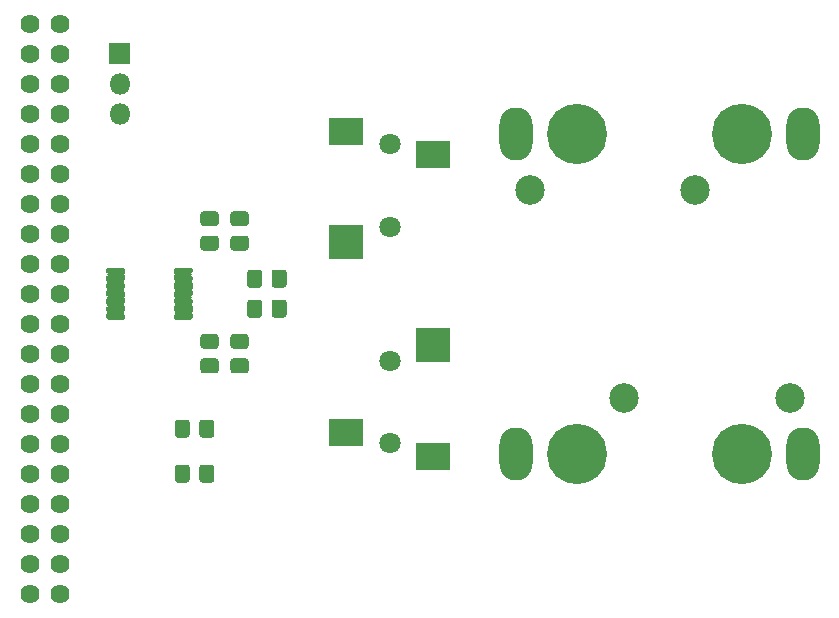
<source format=gbr>
%TF.GenerationSoftware,KiCad,Pcbnew,(5.1.10-1-10_14)*%
%TF.CreationDate,2021-10-26T14:16:26-07:00*%
%TF.ProjectId,adc,6164632e-6b69-4636-9164-5f7063625858,rev?*%
%TF.SameCoordinates,Original*%
%TF.FileFunction,Soldermask,Top*%
%TF.FilePolarity,Negative*%
%FSLAX46Y46*%
G04 Gerber Fmt 4.6, Leading zero omitted, Abs format (unit mm)*
G04 Created by KiCad (PCBNEW (5.1.10-1-10_14)) date 2021-10-26 14:16:26*
%MOMM*%
%LPD*%
G01*
G04 APERTURE LIST*
%ADD10C,1.624000*%
%ADD11O,1.800000X1.800000*%
%ADD12C,1.800000*%
%ADD13O,2.800000X4.500000*%
%ADD14C,5.100000*%
%ADD15C,2.500000*%
%ADD16C,0.100000*%
G04 APERTURE END LIST*
D10*
%TO.C,J5*%
X140970000Y-27940000D03*
X143510000Y-27940000D03*
X140970000Y-30480000D03*
X143510000Y-30480000D03*
X140970000Y-33020000D03*
X143510000Y-33020000D03*
X140970000Y-35560000D03*
X143510000Y-35560000D03*
X140970000Y-38100000D03*
X143510000Y-38100000D03*
X140970000Y-40640000D03*
X143510000Y-40640000D03*
X140970000Y-43180000D03*
X143510000Y-43180000D03*
X140970000Y-45720000D03*
X143510000Y-45720000D03*
X140970000Y-48260000D03*
X143510000Y-48260000D03*
X140970000Y-50800000D03*
X143510000Y-50800000D03*
X140970000Y-53340000D03*
X143510000Y-53340000D03*
X140970000Y-55880000D03*
X143510000Y-55880000D03*
X140970000Y-58420000D03*
X143510000Y-58420000D03*
X140970000Y-60960000D03*
X143510000Y-60960000D03*
X140970000Y-63500000D03*
X143510000Y-63500000D03*
X140970000Y-66040000D03*
X143510000Y-66040000D03*
X140970000Y-68580000D03*
X143510000Y-68580000D03*
X140970000Y-71120000D03*
X143510000Y-71120000D03*
X140970000Y-73660000D03*
X143510000Y-73660000D03*
X140970000Y-76200000D03*
X143510000Y-76200000D03*
%TD*%
%TO.C,C6*%
G36*
G01*
X156713724Y-45087500D02*
X155706276Y-45087500D01*
G75*
G02*
X155435000Y-44816224I0J271276D01*
G01*
X155435000Y-44083776D01*
G75*
G02*
X155706276Y-43812500I271276J0D01*
G01*
X156713724Y-43812500D01*
G75*
G02*
X156985000Y-44083776I0J-271276D01*
G01*
X156985000Y-44816224D01*
G75*
G02*
X156713724Y-45087500I-271276J0D01*
G01*
G37*
G36*
G01*
X156713724Y-47162500D02*
X155706276Y-47162500D01*
G75*
G02*
X155435000Y-46891224I0J271276D01*
G01*
X155435000Y-46158776D01*
G75*
G02*
X155706276Y-45887500I271276J0D01*
G01*
X156713724Y-45887500D01*
G75*
G02*
X156985000Y-46158776I0J-271276D01*
G01*
X156985000Y-46891224D01*
G75*
G02*
X156713724Y-47162500I-271276J0D01*
G01*
G37*
%TD*%
%TO.C,C7*%
G36*
G01*
X158246276Y-56280000D02*
X159253724Y-56280000D01*
G75*
G02*
X159525000Y-56551276I0J-271276D01*
G01*
X159525000Y-57283724D01*
G75*
G02*
X159253724Y-57555000I-271276J0D01*
G01*
X158246276Y-57555000D01*
G75*
G02*
X157975000Y-57283724I0J271276D01*
G01*
X157975000Y-56551276D01*
G75*
G02*
X158246276Y-56280000I271276J0D01*
G01*
G37*
G36*
G01*
X158246276Y-54205000D02*
X159253724Y-54205000D01*
G75*
G02*
X159525000Y-54476276I0J-271276D01*
G01*
X159525000Y-55208724D01*
G75*
G02*
X159253724Y-55480000I-271276J0D01*
G01*
X158246276Y-55480000D01*
G75*
G02*
X157975000Y-55208724I0J271276D01*
G01*
X157975000Y-54476276D01*
G75*
G02*
X158246276Y-54205000I271276J0D01*
G01*
G37*
%TD*%
%TO.C,C5*%
G36*
G01*
X159253724Y-45087500D02*
X158246276Y-45087500D01*
G75*
G02*
X157975000Y-44816224I0J271276D01*
G01*
X157975000Y-44083776D01*
G75*
G02*
X158246276Y-43812500I271276J0D01*
G01*
X159253724Y-43812500D01*
G75*
G02*
X159525000Y-44083776I0J-271276D01*
G01*
X159525000Y-44816224D01*
G75*
G02*
X159253724Y-45087500I-271276J0D01*
G01*
G37*
G36*
G01*
X159253724Y-47162500D02*
X158246276Y-47162500D01*
G75*
G02*
X157975000Y-46891224I0J271276D01*
G01*
X157975000Y-46158776D01*
G75*
G02*
X158246276Y-45887500I271276J0D01*
G01*
X159253724Y-45887500D01*
G75*
G02*
X159525000Y-46158776I0J-271276D01*
G01*
X159525000Y-46891224D01*
G75*
G02*
X159253724Y-47162500I-271276J0D01*
G01*
G37*
%TD*%
%TO.C,C3*%
G36*
G01*
X161457500Y-50033724D02*
X161457500Y-49026276D01*
G75*
G02*
X161728776Y-48755000I271276J0D01*
G01*
X162461224Y-48755000D01*
G75*
G02*
X162732500Y-49026276I0J-271276D01*
G01*
X162732500Y-50033724D01*
G75*
G02*
X162461224Y-50305000I-271276J0D01*
G01*
X161728776Y-50305000D01*
G75*
G02*
X161457500Y-50033724I0J271276D01*
G01*
G37*
G36*
G01*
X159382500Y-50033724D02*
X159382500Y-49026276D01*
G75*
G02*
X159653776Y-48755000I271276J0D01*
G01*
X160386224Y-48755000D01*
G75*
G02*
X160657500Y-49026276I0J-271276D01*
G01*
X160657500Y-50033724D01*
G75*
G02*
X160386224Y-50305000I-271276J0D01*
G01*
X159653776Y-50305000D01*
G75*
G02*
X159382500Y-50033724I0J271276D01*
G01*
G37*
%TD*%
%TO.C,U1*%
G36*
G01*
X149055000Y-52625000D02*
X149055000Y-52875000D01*
G75*
G02*
X148930000Y-53000000I-125000J0D01*
G01*
X147605000Y-53000000D01*
G75*
G02*
X147480000Y-52875000I0J125000D01*
G01*
X147480000Y-52625000D01*
G75*
G02*
X147605000Y-52500000I125000J0D01*
G01*
X148930000Y-52500000D01*
G75*
G02*
X149055000Y-52625000I0J-125000D01*
G01*
G37*
G36*
G01*
X149055000Y-51975000D02*
X149055000Y-52225000D01*
G75*
G02*
X148930000Y-52350000I-125000J0D01*
G01*
X147605000Y-52350000D01*
G75*
G02*
X147480000Y-52225000I0J125000D01*
G01*
X147480000Y-51975000D01*
G75*
G02*
X147605000Y-51850000I125000J0D01*
G01*
X148930000Y-51850000D01*
G75*
G02*
X149055000Y-51975000I0J-125000D01*
G01*
G37*
G36*
G01*
X149055000Y-51325000D02*
X149055000Y-51575000D01*
G75*
G02*
X148930000Y-51700000I-125000J0D01*
G01*
X147605000Y-51700000D01*
G75*
G02*
X147480000Y-51575000I0J125000D01*
G01*
X147480000Y-51325000D01*
G75*
G02*
X147605000Y-51200000I125000J0D01*
G01*
X148930000Y-51200000D01*
G75*
G02*
X149055000Y-51325000I0J-125000D01*
G01*
G37*
G36*
G01*
X149055000Y-50675000D02*
X149055000Y-50925000D01*
G75*
G02*
X148930000Y-51050000I-125000J0D01*
G01*
X147605000Y-51050000D01*
G75*
G02*
X147480000Y-50925000I0J125000D01*
G01*
X147480000Y-50675000D01*
G75*
G02*
X147605000Y-50550000I125000J0D01*
G01*
X148930000Y-50550000D01*
G75*
G02*
X149055000Y-50675000I0J-125000D01*
G01*
G37*
G36*
G01*
X149055000Y-50025000D02*
X149055000Y-50275000D01*
G75*
G02*
X148930000Y-50400000I-125000J0D01*
G01*
X147605000Y-50400000D01*
G75*
G02*
X147480000Y-50275000I0J125000D01*
G01*
X147480000Y-50025000D01*
G75*
G02*
X147605000Y-49900000I125000J0D01*
G01*
X148930000Y-49900000D01*
G75*
G02*
X149055000Y-50025000I0J-125000D01*
G01*
G37*
G36*
G01*
X149055000Y-49375000D02*
X149055000Y-49625000D01*
G75*
G02*
X148930000Y-49750000I-125000J0D01*
G01*
X147605000Y-49750000D01*
G75*
G02*
X147480000Y-49625000I0J125000D01*
G01*
X147480000Y-49375000D01*
G75*
G02*
X147605000Y-49250000I125000J0D01*
G01*
X148930000Y-49250000D01*
G75*
G02*
X149055000Y-49375000I0J-125000D01*
G01*
G37*
G36*
G01*
X149055000Y-48725000D02*
X149055000Y-48975000D01*
G75*
G02*
X148930000Y-49100000I-125000J0D01*
G01*
X147605000Y-49100000D01*
G75*
G02*
X147480000Y-48975000I0J125000D01*
G01*
X147480000Y-48725000D01*
G75*
G02*
X147605000Y-48600000I125000J0D01*
G01*
X148930000Y-48600000D01*
G75*
G02*
X149055000Y-48725000I0J-125000D01*
G01*
G37*
G36*
G01*
X154780000Y-48725000D02*
X154780000Y-48975000D01*
G75*
G02*
X154655000Y-49100000I-125000J0D01*
G01*
X153330000Y-49100000D01*
G75*
G02*
X153205000Y-48975000I0J125000D01*
G01*
X153205000Y-48725000D01*
G75*
G02*
X153330000Y-48600000I125000J0D01*
G01*
X154655000Y-48600000D01*
G75*
G02*
X154780000Y-48725000I0J-125000D01*
G01*
G37*
G36*
G01*
X154780000Y-49375000D02*
X154780000Y-49625000D01*
G75*
G02*
X154655000Y-49750000I-125000J0D01*
G01*
X153330000Y-49750000D01*
G75*
G02*
X153205000Y-49625000I0J125000D01*
G01*
X153205000Y-49375000D01*
G75*
G02*
X153330000Y-49250000I125000J0D01*
G01*
X154655000Y-49250000D01*
G75*
G02*
X154780000Y-49375000I0J-125000D01*
G01*
G37*
G36*
G01*
X154780000Y-50025000D02*
X154780000Y-50275000D01*
G75*
G02*
X154655000Y-50400000I-125000J0D01*
G01*
X153330000Y-50400000D01*
G75*
G02*
X153205000Y-50275000I0J125000D01*
G01*
X153205000Y-50025000D01*
G75*
G02*
X153330000Y-49900000I125000J0D01*
G01*
X154655000Y-49900000D01*
G75*
G02*
X154780000Y-50025000I0J-125000D01*
G01*
G37*
G36*
G01*
X154780000Y-50675000D02*
X154780000Y-50925000D01*
G75*
G02*
X154655000Y-51050000I-125000J0D01*
G01*
X153330000Y-51050000D01*
G75*
G02*
X153205000Y-50925000I0J125000D01*
G01*
X153205000Y-50675000D01*
G75*
G02*
X153330000Y-50550000I125000J0D01*
G01*
X154655000Y-50550000D01*
G75*
G02*
X154780000Y-50675000I0J-125000D01*
G01*
G37*
G36*
G01*
X154780000Y-51325000D02*
X154780000Y-51575000D01*
G75*
G02*
X154655000Y-51700000I-125000J0D01*
G01*
X153330000Y-51700000D01*
G75*
G02*
X153205000Y-51575000I0J125000D01*
G01*
X153205000Y-51325000D01*
G75*
G02*
X153330000Y-51200000I125000J0D01*
G01*
X154655000Y-51200000D01*
G75*
G02*
X154780000Y-51325000I0J-125000D01*
G01*
G37*
G36*
G01*
X154780000Y-51975000D02*
X154780000Y-52225000D01*
G75*
G02*
X154655000Y-52350000I-125000J0D01*
G01*
X153330000Y-52350000D01*
G75*
G02*
X153205000Y-52225000I0J125000D01*
G01*
X153205000Y-51975000D01*
G75*
G02*
X153330000Y-51850000I125000J0D01*
G01*
X154655000Y-51850000D01*
G75*
G02*
X154780000Y-51975000I0J-125000D01*
G01*
G37*
G36*
G01*
X154780000Y-52625000D02*
X154780000Y-52875000D01*
G75*
G02*
X154655000Y-53000000I-125000J0D01*
G01*
X153330000Y-53000000D01*
G75*
G02*
X153205000Y-52875000I0J125000D01*
G01*
X153205000Y-52625000D01*
G75*
G02*
X153330000Y-52500000I125000J0D01*
G01*
X154655000Y-52500000D01*
G75*
G02*
X154780000Y-52625000I0J-125000D01*
G01*
G37*
%TD*%
D11*
%TO.C,J8*%
X148590000Y-35560000D03*
X148590000Y-33020000D03*
G36*
G01*
X147690000Y-31330000D02*
X147690000Y-29630000D01*
G75*
G02*
X147740000Y-29580000I50000J0D01*
G01*
X149440000Y-29580000D01*
G75*
G02*
X149490000Y-29630000I0J-50000D01*
G01*
X149490000Y-31330000D01*
G75*
G02*
X149440000Y-31380000I-50000J0D01*
G01*
X147740000Y-31380000D01*
G75*
G02*
X147690000Y-31330000I0J50000D01*
G01*
G37*
%TD*%
D12*
%TO.C,J4*%
X171450000Y-45140000D03*
X171450000Y-38140000D03*
G36*
G01*
X166300000Y-47840000D02*
X166300000Y-45040000D01*
G75*
G02*
X166350000Y-44990000I50000J0D01*
G01*
X169150000Y-44990000D01*
G75*
G02*
X169200000Y-45040000I0J-50000D01*
G01*
X169200000Y-47840000D01*
G75*
G02*
X169150000Y-47890000I-50000J0D01*
G01*
X166350000Y-47890000D01*
G75*
G02*
X166300000Y-47840000I0J50000D01*
G01*
G37*
G36*
G01*
X166300000Y-38140000D02*
X166300000Y-35940000D01*
G75*
G02*
X166350000Y-35890000I50000J0D01*
G01*
X169150000Y-35890000D01*
G75*
G02*
X169200000Y-35940000I0J-50000D01*
G01*
X169200000Y-38140000D01*
G75*
G02*
X169150000Y-38190000I-50000J0D01*
G01*
X166350000Y-38190000D01*
G75*
G02*
X166300000Y-38140000I0J50000D01*
G01*
G37*
G36*
G01*
X173700000Y-40140000D02*
X173700000Y-37940000D01*
G75*
G02*
X173750000Y-37890000I50000J0D01*
G01*
X176550000Y-37890000D01*
G75*
G02*
X176600000Y-37940000I0J-50000D01*
G01*
X176600000Y-40140000D01*
G75*
G02*
X176550000Y-40190000I-50000J0D01*
G01*
X173750000Y-40190000D01*
G75*
G02*
X173700000Y-40140000I0J50000D01*
G01*
G37*
%TD*%
%TO.C,J3*%
X171450000Y-56460000D03*
X171450000Y-63460000D03*
G36*
G01*
X176600000Y-53760000D02*
X176600000Y-56560000D01*
G75*
G02*
X176550000Y-56610000I-50000J0D01*
G01*
X173750000Y-56610000D01*
G75*
G02*
X173700000Y-56560000I0J50000D01*
G01*
X173700000Y-53760000D01*
G75*
G02*
X173750000Y-53710000I50000J0D01*
G01*
X176550000Y-53710000D01*
G75*
G02*
X176600000Y-53760000I0J-50000D01*
G01*
G37*
G36*
G01*
X176600000Y-63460000D02*
X176600000Y-65660000D01*
G75*
G02*
X176550000Y-65710000I-50000J0D01*
G01*
X173750000Y-65710000D01*
G75*
G02*
X173700000Y-65660000I0J50000D01*
G01*
X173700000Y-63460000D01*
G75*
G02*
X173750000Y-63410000I50000J0D01*
G01*
X176550000Y-63410000D01*
G75*
G02*
X176600000Y-63460000I0J-50000D01*
G01*
G37*
G36*
G01*
X169200000Y-61460000D02*
X169200000Y-63660000D01*
G75*
G02*
X169150000Y-63710000I-50000J0D01*
G01*
X166350000Y-63710000D01*
G75*
G02*
X166300000Y-63660000I0J50000D01*
G01*
X166300000Y-61460000D01*
G75*
G02*
X166350000Y-61410000I50000J0D01*
G01*
X169150000Y-61410000D01*
G75*
G02*
X169200000Y-61460000I0J-50000D01*
G01*
G37*
%TD*%
D13*
%TO.C,J2*%
X182160000Y-37250000D03*
X206460000Y-37250000D03*
D14*
X187310000Y-37250000D03*
X201310000Y-37250000D03*
D15*
X183310000Y-42000000D03*
X197310000Y-42000000D03*
%TD*%
D13*
%TO.C,J1*%
X206460000Y-64350000D03*
X182160000Y-64350000D03*
D14*
X201310000Y-64350000D03*
X187310000Y-64350000D03*
D15*
X205310000Y-59600000D03*
X191310000Y-59600000D03*
%TD*%
%TO.C,C8*%
G36*
G01*
X155706276Y-56280000D02*
X156713724Y-56280000D01*
G75*
G02*
X156985000Y-56551276I0J-271276D01*
G01*
X156985000Y-57283724D01*
G75*
G02*
X156713724Y-57555000I-271276J0D01*
G01*
X155706276Y-57555000D01*
G75*
G02*
X155435000Y-57283724I0J271276D01*
G01*
X155435000Y-56551276D01*
G75*
G02*
X155706276Y-56280000I271276J0D01*
G01*
G37*
G36*
G01*
X155706276Y-54205000D02*
X156713724Y-54205000D01*
G75*
G02*
X156985000Y-54476276I0J-271276D01*
G01*
X156985000Y-55208724D01*
G75*
G02*
X156713724Y-55480000I-271276J0D01*
G01*
X155706276Y-55480000D01*
G75*
G02*
X155435000Y-55208724I0J271276D01*
G01*
X155435000Y-54476276D01*
G75*
G02*
X155706276Y-54205000I271276J0D01*
G01*
G37*
%TD*%
%TO.C,C4*%
G36*
G01*
X161457500Y-52573724D02*
X161457500Y-51566276D01*
G75*
G02*
X161728776Y-51295000I271276J0D01*
G01*
X162461224Y-51295000D01*
G75*
G02*
X162732500Y-51566276I0J-271276D01*
G01*
X162732500Y-52573724D01*
G75*
G02*
X162461224Y-52845000I-271276J0D01*
G01*
X161728776Y-52845000D01*
G75*
G02*
X161457500Y-52573724I0J271276D01*
G01*
G37*
G36*
G01*
X159382500Y-52573724D02*
X159382500Y-51566276D01*
G75*
G02*
X159653776Y-51295000I271276J0D01*
G01*
X160386224Y-51295000D01*
G75*
G02*
X160657500Y-51566276I0J-271276D01*
G01*
X160657500Y-52573724D01*
G75*
G02*
X160386224Y-52845000I-271276J0D01*
G01*
X159653776Y-52845000D01*
G75*
G02*
X159382500Y-52573724I0J271276D01*
G01*
G37*
%TD*%
%TO.C,C2*%
G36*
G01*
X154540000Y-61726276D02*
X154540000Y-62733724D01*
G75*
G02*
X154268724Y-63005000I-271276J0D01*
G01*
X153536276Y-63005000D01*
G75*
G02*
X153265000Y-62733724I0J271276D01*
G01*
X153265000Y-61726276D01*
G75*
G02*
X153536276Y-61455000I271276J0D01*
G01*
X154268724Y-61455000D01*
G75*
G02*
X154540000Y-61726276I0J-271276D01*
G01*
G37*
G36*
G01*
X156615000Y-61726276D02*
X156615000Y-62733724D01*
G75*
G02*
X156343724Y-63005000I-271276J0D01*
G01*
X155611276Y-63005000D01*
G75*
G02*
X155340000Y-62733724I0J271276D01*
G01*
X155340000Y-61726276D01*
G75*
G02*
X155611276Y-61455000I271276J0D01*
G01*
X156343724Y-61455000D01*
G75*
G02*
X156615000Y-61726276I0J-271276D01*
G01*
G37*
%TD*%
%TO.C,C1*%
G36*
G01*
X154540000Y-65536276D02*
X154540000Y-66543724D01*
G75*
G02*
X154268724Y-66815000I-271276J0D01*
G01*
X153536276Y-66815000D01*
G75*
G02*
X153265000Y-66543724I0J271276D01*
G01*
X153265000Y-65536276D01*
G75*
G02*
X153536276Y-65265000I271276J0D01*
G01*
X154268724Y-65265000D01*
G75*
G02*
X154540000Y-65536276I0J-271276D01*
G01*
G37*
G36*
G01*
X156615000Y-65536276D02*
X156615000Y-66543724D01*
G75*
G02*
X156343724Y-66815000I-271276J0D01*
G01*
X155611276Y-66815000D01*
G75*
G02*
X155340000Y-66543724I0J271276D01*
G01*
X155340000Y-65536276D01*
G75*
G02*
X155611276Y-65265000I271276J0D01*
G01*
X156343724Y-65265000D01*
G75*
G02*
X156615000Y-65536276I0J-271276D01*
G01*
G37*
%TD*%
D16*
G36*
X154781165Y-52223374D02*
G01*
X154782000Y-52225000D01*
X154782000Y-52270090D01*
X154781990Y-52270286D01*
X154780074Y-52289734D01*
X154779998Y-52290119D01*
X154775759Y-52304094D01*
X154775609Y-52304456D01*
X154768721Y-52317342D01*
X154768503Y-52317668D01*
X154759237Y-52328960D01*
X154758960Y-52329237D01*
X154747425Y-52338703D01*
X154747267Y-52338820D01*
X154731650Y-52349256D01*
X154718069Y-52362838D01*
X154707397Y-52378811D01*
X154700047Y-52396557D01*
X154696299Y-52415401D01*
X154696300Y-52434606D01*
X154700049Y-52453449D01*
X154707400Y-52471195D01*
X154718073Y-52487167D01*
X154731655Y-52500748D01*
X154747267Y-52511180D01*
X154747425Y-52511297D01*
X154758960Y-52520763D01*
X154759237Y-52521040D01*
X154768503Y-52532332D01*
X154768721Y-52532658D01*
X154775609Y-52545544D01*
X154775759Y-52545906D01*
X154779998Y-52559881D01*
X154780074Y-52560266D01*
X154781990Y-52579714D01*
X154782000Y-52579910D01*
X154782000Y-52625000D01*
X154781000Y-52626732D01*
X154779000Y-52626732D01*
X154778010Y-52625196D01*
X154775628Y-52601009D01*
X154768628Y-52577934D01*
X154757263Y-52556670D01*
X154741967Y-52538033D01*
X154723330Y-52522737D01*
X154702066Y-52511372D01*
X154678991Y-52504372D01*
X154654906Y-52502000D01*
X153330094Y-52502000D01*
X153306009Y-52504372D01*
X153282934Y-52511372D01*
X153261670Y-52522737D01*
X153243033Y-52538033D01*
X153227737Y-52556670D01*
X153216372Y-52577934D01*
X153209372Y-52601009D01*
X153206990Y-52625196D01*
X153205825Y-52626822D01*
X153203835Y-52626626D01*
X153203000Y-52625000D01*
X153203000Y-52579910D01*
X153203010Y-52579714D01*
X153204926Y-52560266D01*
X153205002Y-52559881D01*
X153209241Y-52545906D01*
X153209391Y-52545544D01*
X153216279Y-52532658D01*
X153216497Y-52532332D01*
X153225763Y-52521040D01*
X153226040Y-52520763D01*
X153237575Y-52511297D01*
X153237733Y-52511180D01*
X153253350Y-52500744D01*
X153266931Y-52487162D01*
X153277603Y-52471189D01*
X153284953Y-52453443D01*
X153288701Y-52434599D01*
X153288700Y-52415394D01*
X153284951Y-52396551D01*
X153277600Y-52378805D01*
X153266927Y-52362833D01*
X153253345Y-52349252D01*
X153237733Y-52338820D01*
X153237575Y-52338703D01*
X153226040Y-52329237D01*
X153225763Y-52328960D01*
X153216497Y-52317668D01*
X153216279Y-52317342D01*
X153209391Y-52304456D01*
X153209241Y-52304094D01*
X153205002Y-52290119D01*
X153204926Y-52289734D01*
X153203010Y-52270286D01*
X153203000Y-52270090D01*
X153203000Y-52225000D01*
X153204000Y-52223268D01*
X153206000Y-52223268D01*
X153206990Y-52224804D01*
X153209372Y-52248991D01*
X153216372Y-52272066D01*
X153227737Y-52293330D01*
X153243033Y-52311967D01*
X153261670Y-52327263D01*
X153282934Y-52338628D01*
X153306009Y-52345628D01*
X153330094Y-52348000D01*
X154654906Y-52348000D01*
X154678991Y-52345628D01*
X154702066Y-52338628D01*
X154723330Y-52327263D01*
X154741967Y-52311967D01*
X154757263Y-52293330D01*
X154768628Y-52272066D01*
X154775628Y-52248991D01*
X154778010Y-52224804D01*
X154779175Y-52223178D01*
X154781165Y-52223374D01*
G37*
G36*
X149056165Y-52223374D02*
G01*
X149057000Y-52225000D01*
X149057000Y-52270090D01*
X149056990Y-52270286D01*
X149055074Y-52289734D01*
X149054998Y-52290119D01*
X149050759Y-52304094D01*
X149050609Y-52304456D01*
X149043721Y-52317342D01*
X149043503Y-52317668D01*
X149034237Y-52328960D01*
X149033960Y-52329237D01*
X149022425Y-52338703D01*
X149022267Y-52338820D01*
X149006650Y-52349256D01*
X148993069Y-52362838D01*
X148982397Y-52378811D01*
X148975047Y-52396557D01*
X148971299Y-52415401D01*
X148971300Y-52434606D01*
X148975049Y-52453449D01*
X148982400Y-52471195D01*
X148993073Y-52487167D01*
X149006655Y-52500748D01*
X149022267Y-52511180D01*
X149022425Y-52511297D01*
X149033960Y-52520763D01*
X149034237Y-52521040D01*
X149043503Y-52532332D01*
X149043721Y-52532658D01*
X149050609Y-52545544D01*
X149050759Y-52545906D01*
X149054998Y-52559881D01*
X149055074Y-52560266D01*
X149056990Y-52579714D01*
X149057000Y-52579910D01*
X149057000Y-52625000D01*
X149056000Y-52626732D01*
X149054000Y-52626732D01*
X149053010Y-52625196D01*
X149050628Y-52601009D01*
X149043628Y-52577934D01*
X149032263Y-52556670D01*
X149016967Y-52538033D01*
X148998330Y-52522737D01*
X148977066Y-52511372D01*
X148953991Y-52504372D01*
X148929906Y-52502000D01*
X147605094Y-52502000D01*
X147581009Y-52504372D01*
X147557934Y-52511372D01*
X147536670Y-52522737D01*
X147518033Y-52538033D01*
X147502737Y-52556670D01*
X147491372Y-52577934D01*
X147484372Y-52601009D01*
X147481990Y-52625196D01*
X147480825Y-52626822D01*
X147478835Y-52626626D01*
X147478000Y-52625000D01*
X147478000Y-52579910D01*
X147478010Y-52579714D01*
X147479926Y-52560266D01*
X147480002Y-52559881D01*
X147484241Y-52545906D01*
X147484391Y-52545544D01*
X147491279Y-52532658D01*
X147491497Y-52532332D01*
X147500763Y-52521040D01*
X147501040Y-52520763D01*
X147512575Y-52511297D01*
X147512733Y-52511180D01*
X147528350Y-52500744D01*
X147541931Y-52487162D01*
X147552603Y-52471189D01*
X147559953Y-52453443D01*
X147563701Y-52434599D01*
X147563700Y-52415394D01*
X147559951Y-52396551D01*
X147552600Y-52378805D01*
X147541927Y-52362833D01*
X147528345Y-52349252D01*
X147512733Y-52338820D01*
X147512575Y-52338703D01*
X147501040Y-52329237D01*
X147500763Y-52328960D01*
X147491497Y-52317668D01*
X147491279Y-52317342D01*
X147484391Y-52304456D01*
X147484241Y-52304094D01*
X147480002Y-52290119D01*
X147479926Y-52289734D01*
X147478010Y-52270286D01*
X147478000Y-52270090D01*
X147478000Y-52225000D01*
X147479000Y-52223268D01*
X147481000Y-52223268D01*
X147481990Y-52224804D01*
X147484372Y-52248991D01*
X147491372Y-52272066D01*
X147502737Y-52293330D01*
X147518033Y-52311967D01*
X147536670Y-52327263D01*
X147557934Y-52338628D01*
X147581009Y-52345628D01*
X147605094Y-52348000D01*
X148929906Y-52348000D01*
X148953991Y-52345628D01*
X148977066Y-52338628D01*
X148998330Y-52327263D01*
X149016967Y-52311967D01*
X149032263Y-52293330D01*
X149043628Y-52272066D01*
X149050628Y-52248991D01*
X149053010Y-52224804D01*
X149054175Y-52223178D01*
X149056165Y-52223374D01*
G37*
G36*
X154781165Y-51573374D02*
G01*
X154782000Y-51575000D01*
X154782000Y-51620090D01*
X154781990Y-51620286D01*
X154780074Y-51639734D01*
X154779998Y-51640119D01*
X154775759Y-51654094D01*
X154775609Y-51654456D01*
X154768721Y-51667342D01*
X154768503Y-51667668D01*
X154759237Y-51678960D01*
X154758960Y-51679237D01*
X154747425Y-51688703D01*
X154747267Y-51688820D01*
X154731650Y-51699256D01*
X154718069Y-51712838D01*
X154707397Y-51728811D01*
X154700047Y-51746557D01*
X154696299Y-51765401D01*
X154696300Y-51784606D01*
X154700049Y-51803449D01*
X154707400Y-51821195D01*
X154718073Y-51837167D01*
X154731655Y-51850748D01*
X154747267Y-51861180D01*
X154747425Y-51861297D01*
X154758960Y-51870763D01*
X154759237Y-51871040D01*
X154768503Y-51882332D01*
X154768721Y-51882658D01*
X154775609Y-51895544D01*
X154775759Y-51895906D01*
X154779998Y-51909881D01*
X154780074Y-51910266D01*
X154781990Y-51929714D01*
X154782000Y-51929910D01*
X154782000Y-51975000D01*
X154781000Y-51976732D01*
X154779000Y-51976732D01*
X154778010Y-51975196D01*
X154775628Y-51951009D01*
X154768628Y-51927934D01*
X154757263Y-51906670D01*
X154741967Y-51888033D01*
X154723330Y-51872737D01*
X154702066Y-51861372D01*
X154678991Y-51854372D01*
X154654906Y-51852000D01*
X153330094Y-51852000D01*
X153306009Y-51854372D01*
X153282934Y-51861372D01*
X153261670Y-51872737D01*
X153243033Y-51888033D01*
X153227737Y-51906670D01*
X153216372Y-51927934D01*
X153209372Y-51951009D01*
X153206990Y-51975196D01*
X153205825Y-51976822D01*
X153203835Y-51976626D01*
X153203000Y-51975000D01*
X153203000Y-51929910D01*
X153203010Y-51929714D01*
X153204926Y-51910266D01*
X153205002Y-51909881D01*
X153209241Y-51895906D01*
X153209391Y-51895544D01*
X153216279Y-51882658D01*
X153216497Y-51882332D01*
X153225763Y-51871040D01*
X153226040Y-51870763D01*
X153237575Y-51861297D01*
X153237733Y-51861180D01*
X153253350Y-51850744D01*
X153266931Y-51837162D01*
X153277603Y-51821189D01*
X153284953Y-51803443D01*
X153288701Y-51784599D01*
X153288700Y-51765394D01*
X153284951Y-51746551D01*
X153277600Y-51728805D01*
X153266927Y-51712833D01*
X153253345Y-51699252D01*
X153237733Y-51688820D01*
X153237575Y-51688703D01*
X153226040Y-51679237D01*
X153225763Y-51678960D01*
X153216497Y-51667668D01*
X153216279Y-51667342D01*
X153209391Y-51654456D01*
X153209241Y-51654094D01*
X153205002Y-51640119D01*
X153204926Y-51639734D01*
X153203010Y-51620286D01*
X153203000Y-51620090D01*
X153203000Y-51575000D01*
X153204000Y-51573268D01*
X153206000Y-51573268D01*
X153206990Y-51574804D01*
X153209372Y-51598991D01*
X153216372Y-51622066D01*
X153227737Y-51643330D01*
X153243033Y-51661967D01*
X153261670Y-51677263D01*
X153282934Y-51688628D01*
X153306009Y-51695628D01*
X153330094Y-51698000D01*
X154654906Y-51698000D01*
X154678991Y-51695628D01*
X154702066Y-51688628D01*
X154723330Y-51677263D01*
X154741967Y-51661967D01*
X154757263Y-51643330D01*
X154768628Y-51622066D01*
X154775628Y-51598991D01*
X154778010Y-51574804D01*
X154779175Y-51573178D01*
X154781165Y-51573374D01*
G37*
G36*
X149056165Y-51573374D02*
G01*
X149057000Y-51575000D01*
X149057000Y-51620090D01*
X149056990Y-51620286D01*
X149055074Y-51639734D01*
X149054998Y-51640119D01*
X149050759Y-51654094D01*
X149050609Y-51654456D01*
X149043721Y-51667342D01*
X149043503Y-51667668D01*
X149034237Y-51678960D01*
X149033960Y-51679237D01*
X149022425Y-51688703D01*
X149022267Y-51688820D01*
X149006650Y-51699256D01*
X148993069Y-51712838D01*
X148982397Y-51728811D01*
X148975047Y-51746557D01*
X148971299Y-51765401D01*
X148971300Y-51784606D01*
X148975049Y-51803449D01*
X148982400Y-51821195D01*
X148993073Y-51837167D01*
X149006655Y-51850748D01*
X149022267Y-51861180D01*
X149022425Y-51861297D01*
X149033960Y-51870763D01*
X149034237Y-51871040D01*
X149043503Y-51882332D01*
X149043721Y-51882658D01*
X149050609Y-51895544D01*
X149050759Y-51895906D01*
X149054998Y-51909881D01*
X149055074Y-51910266D01*
X149056990Y-51929714D01*
X149057000Y-51929910D01*
X149057000Y-51975000D01*
X149056000Y-51976732D01*
X149054000Y-51976732D01*
X149053010Y-51975196D01*
X149050628Y-51951009D01*
X149043628Y-51927934D01*
X149032263Y-51906670D01*
X149016967Y-51888033D01*
X148998330Y-51872737D01*
X148977066Y-51861372D01*
X148953991Y-51854372D01*
X148929906Y-51852000D01*
X147605094Y-51852000D01*
X147581009Y-51854372D01*
X147557934Y-51861372D01*
X147536670Y-51872737D01*
X147518033Y-51888033D01*
X147502737Y-51906670D01*
X147491372Y-51927934D01*
X147484372Y-51951009D01*
X147481990Y-51975196D01*
X147480825Y-51976822D01*
X147478835Y-51976626D01*
X147478000Y-51975000D01*
X147478000Y-51929910D01*
X147478010Y-51929714D01*
X147479926Y-51910266D01*
X147480002Y-51909881D01*
X147484241Y-51895906D01*
X147484391Y-51895544D01*
X147491279Y-51882658D01*
X147491497Y-51882332D01*
X147500763Y-51871040D01*
X147501040Y-51870763D01*
X147512575Y-51861297D01*
X147512733Y-51861180D01*
X147528350Y-51850744D01*
X147541931Y-51837162D01*
X147552603Y-51821189D01*
X147559953Y-51803443D01*
X147563701Y-51784599D01*
X147563700Y-51765394D01*
X147559951Y-51746551D01*
X147552600Y-51728805D01*
X147541927Y-51712833D01*
X147528345Y-51699252D01*
X147512733Y-51688820D01*
X147512575Y-51688703D01*
X147501040Y-51679237D01*
X147500763Y-51678960D01*
X147491497Y-51667668D01*
X147491279Y-51667342D01*
X147484391Y-51654456D01*
X147484241Y-51654094D01*
X147480002Y-51640119D01*
X147479926Y-51639734D01*
X147478010Y-51620286D01*
X147478000Y-51620090D01*
X147478000Y-51575000D01*
X147479000Y-51573268D01*
X147481000Y-51573268D01*
X147481990Y-51574804D01*
X147484372Y-51598991D01*
X147491372Y-51622066D01*
X147502737Y-51643330D01*
X147518033Y-51661967D01*
X147536670Y-51677263D01*
X147557934Y-51688628D01*
X147581009Y-51695628D01*
X147605094Y-51698000D01*
X148929906Y-51698000D01*
X148953991Y-51695628D01*
X148977066Y-51688628D01*
X148998330Y-51677263D01*
X149016967Y-51661967D01*
X149032263Y-51643330D01*
X149043628Y-51622066D01*
X149050628Y-51598991D01*
X149053010Y-51574804D01*
X149054175Y-51573178D01*
X149056165Y-51573374D01*
G37*
G36*
X154781165Y-50923374D02*
G01*
X154782000Y-50925000D01*
X154782000Y-50970090D01*
X154781990Y-50970286D01*
X154780074Y-50989734D01*
X154779998Y-50990119D01*
X154775759Y-51004094D01*
X154775609Y-51004456D01*
X154768721Y-51017342D01*
X154768503Y-51017668D01*
X154759237Y-51028960D01*
X154758960Y-51029237D01*
X154747425Y-51038703D01*
X154747267Y-51038820D01*
X154731650Y-51049256D01*
X154718069Y-51062838D01*
X154707397Y-51078811D01*
X154700047Y-51096557D01*
X154696299Y-51115401D01*
X154696300Y-51134606D01*
X154700049Y-51153449D01*
X154707400Y-51171195D01*
X154718073Y-51187167D01*
X154731655Y-51200748D01*
X154747267Y-51211180D01*
X154747425Y-51211297D01*
X154758960Y-51220763D01*
X154759237Y-51221040D01*
X154768503Y-51232332D01*
X154768721Y-51232658D01*
X154775609Y-51245544D01*
X154775759Y-51245906D01*
X154779998Y-51259881D01*
X154780074Y-51260266D01*
X154781990Y-51279714D01*
X154782000Y-51279910D01*
X154782000Y-51325000D01*
X154781000Y-51326732D01*
X154779000Y-51326732D01*
X154778010Y-51325196D01*
X154775628Y-51301009D01*
X154768628Y-51277934D01*
X154757263Y-51256670D01*
X154741967Y-51238033D01*
X154723330Y-51222737D01*
X154702066Y-51211372D01*
X154678991Y-51204372D01*
X154654906Y-51202000D01*
X153330094Y-51202000D01*
X153306009Y-51204372D01*
X153282934Y-51211372D01*
X153261670Y-51222737D01*
X153243033Y-51238033D01*
X153227737Y-51256670D01*
X153216372Y-51277934D01*
X153209372Y-51301009D01*
X153206990Y-51325196D01*
X153205825Y-51326822D01*
X153203835Y-51326626D01*
X153203000Y-51325000D01*
X153203000Y-51279910D01*
X153203010Y-51279714D01*
X153204926Y-51260266D01*
X153205002Y-51259881D01*
X153209241Y-51245906D01*
X153209391Y-51245544D01*
X153216279Y-51232658D01*
X153216497Y-51232332D01*
X153225763Y-51221040D01*
X153226040Y-51220763D01*
X153237575Y-51211297D01*
X153237733Y-51211180D01*
X153253350Y-51200744D01*
X153266931Y-51187162D01*
X153277603Y-51171189D01*
X153284953Y-51153443D01*
X153288701Y-51134599D01*
X153288700Y-51115394D01*
X153284951Y-51096551D01*
X153277600Y-51078805D01*
X153266927Y-51062833D01*
X153253345Y-51049252D01*
X153237733Y-51038820D01*
X153237575Y-51038703D01*
X153226040Y-51029237D01*
X153225763Y-51028960D01*
X153216497Y-51017668D01*
X153216279Y-51017342D01*
X153209391Y-51004456D01*
X153209241Y-51004094D01*
X153205002Y-50990119D01*
X153204926Y-50989734D01*
X153203010Y-50970286D01*
X153203000Y-50970090D01*
X153203000Y-50925000D01*
X153204000Y-50923268D01*
X153206000Y-50923268D01*
X153206990Y-50924804D01*
X153209372Y-50948991D01*
X153216372Y-50972066D01*
X153227737Y-50993330D01*
X153243033Y-51011967D01*
X153261670Y-51027263D01*
X153282934Y-51038628D01*
X153306009Y-51045628D01*
X153330094Y-51048000D01*
X154654906Y-51048000D01*
X154678991Y-51045628D01*
X154702066Y-51038628D01*
X154723330Y-51027263D01*
X154741967Y-51011967D01*
X154757263Y-50993330D01*
X154768628Y-50972066D01*
X154775628Y-50948991D01*
X154778010Y-50924804D01*
X154779175Y-50923178D01*
X154781165Y-50923374D01*
G37*
G36*
X149056165Y-50923374D02*
G01*
X149057000Y-50925000D01*
X149057000Y-50970090D01*
X149056990Y-50970286D01*
X149055074Y-50989734D01*
X149054998Y-50990119D01*
X149050759Y-51004094D01*
X149050609Y-51004456D01*
X149043721Y-51017342D01*
X149043503Y-51017668D01*
X149034237Y-51028960D01*
X149033960Y-51029237D01*
X149022425Y-51038703D01*
X149022267Y-51038820D01*
X149006650Y-51049256D01*
X148993069Y-51062838D01*
X148982397Y-51078811D01*
X148975047Y-51096557D01*
X148971299Y-51115401D01*
X148971300Y-51134606D01*
X148975049Y-51153449D01*
X148982400Y-51171195D01*
X148993073Y-51187167D01*
X149006655Y-51200748D01*
X149022267Y-51211180D01*
X149022425Y-51211297D01*
X149033960Y-51220763D01*
X149034237Y-51221040D01*
X149043503Y-51232332D01*
X149043721Y-51232658D01*
X149050609Y-51245544D01*
X149050759Y-51245906D01*
X149054998Y-51259881D01*
X149055074Y-51260266D01*
X149056990Y-51279714D01*
X149057000Y-51279910D01*
X149057000Y-51325000D01*
X149056000Y-51326732D01*
X149054000Y-51326732D01*
X149053010Y-51325196D01*
X149050628Y-51301009D01*
X149043628Y-51277934D01*
X149032263Y-51256670D01*
X149016967Y-51238033D01*
X148998330Y-51222737D01*
X148977066Y-51211372D01*
X148953991Y-51204372D01*
X148929906Y-51202000D01*
X147605094Y-51202000D01*
X147581009Y-51204372D01*
X147557934Y-51211372D01*
X147536670Y-51222737D01*
X147518033Y-51238033D01*
X147502737Y-51256670D01*
X147491372Y-51277934D01*
X147484372Y-51301009D01*
X147481990Y-51325196D01*
X147480825Y-51326822D01*
X147478835Y-51326626D01*
X147478000Y-51325000D01*
X147478000Y-51279910D01*
X147478010Y-51279714D01*
X147479926Y-51260266D01*
X147480002Y-51259881D01*
X147484241Y-51245906D01*
X147484391Y-51245544D01*
X147491279Y-51232658D01*
X147491497Y-51232332D01*
X147500763Y-51221040D01*
X147501040Y-51220763D01*
X147512575Y-51211297D01*
X147512733Y-51211180D01*
X147528350Y-51200744D01*
X147541931Y-51187162D01*
X147552603Y-51171189D01*
X147559953Y-51153443D01*
X147563701Y-51134599D01*
X147563700Y-51115394D01*
X147559951Y-51096551D01*
X147552600Y-51078805D01*
X147541927Y-51062833D01*
X147528345Y-51049252D01*
X147512733Y-51038820D01*
X147512575Y-51038703D01*
X147501040Y-51029237D01*
X147500763Y-51028960D01*
X147491497Y-51017668D01*
X147491279Y-51017342D01*
X147484391Y-51004456D01*
X147484241Y-51004094D01*
X147480002Y-50990119D01*
X147479926Y-50989734D01*
X147478010Y-50970286D01*
X147478000Y-50970090D01*
X147478000Y-50925000D01*
X147479000Y-50923268D01*
X147481000Y-50923268D01*
X147481990Y-50924804D01*
X147484372Y-50948991D01*
X147491372Y-50972066D01*
X147502737Y-50993330D01*
X147518033Y-51011967D01*
X147536670Y-51027263D01*
X147557934Y-51038628D01*
X147581009Y-51045628D01*
X147605094Y-51048000D01*
X148929906Y-51048000D01*
X148953991Y-51045628D01*
X148977066Y-51038628D01*
X148998330Y-51027263D01*
X149016967Y-51011967D01*
X149032263Y-50993330D01*
X149043628Y-50972066D01*
X149050628Y-50948991D01*
X149053010Y-50924804D01*
X149054175Y-50923178D01*
X149056165Y-50923374D01*
G37*
G36*
X154781165Y-50273374D02*
G01*
X154782000Y-50275000D01*
X154782000Y-50320090D01*
X154781990Y-50320286D01*
X154780074Y-50339734D01*
X154779998Y-50340119D01*
X154775759Y-50354094D01*
X154775609Y-50354456D01*
X154768721Y-50367342D01*
X154768503Y-50367668D01*
X154759237Y-50378960D01*
X154758960Y-50379237D01*
X154747425Y-50388703D01*
X154747267Y-50388820D01*
X154731650Y-50399256D01*
X154718069Y-50412838D01*
X154707397Y-50428811D01*
X154700047Y-50446557D01*
X154696299Y-50465401D01*
X154696300Y-50484606D01*
X154700049Y-50503449D01*
X154707400Y-50521195D01*
X154718073Y-50537167D01*
X154731655Y-50550748D01*
X154747267Y-50561180D01*
X154747425Y-50561297D01*
X154758960Y-50570763D01*
X154759237Y-50571040D01*
X154768503Y-50582332D01*
X154768721Y-50582658D01*
X154775609Y-50595544D01*
X154775759Y-50595906D01*
X154779998Y-50609881D01*
X154780074Y-50610266D01*
X154781990Y-50629714D01*
X154782000Y-50629910D01*
X154782000Y-50675000D01*
X154781000Y-50676732D01*
X154779000Y-50676732D01*
X154778010Y-50675196D01*
X154775628Y-50651009D01*
X154768628Y-50627934D01*
X154757263Y-50606670D01*
X154741967Y-50588033D01*
X154723330Y-50572737D01*
X154702066Y-50561372D01*
X154678991Y-50554372D01*
X154654906Y-50552000D01*
X153330094Y-50552000D01*
X153306009Y-50554372D01*
X153282934Y-50561372D01*
X153261670Y-50572737D01*
X153243033Y-50588033D01*
X153227737Y-50606670D01*
X153216372Y-50627934D01*
X153209372Y-50651009D01*
X153206990Y-50675196D01*
X153205825Y-50676822D01*
X153203835Y-50676626D01*
X153203000Y-50675000D01*
X153203000Y-50629910D01*
X153203010Y-50629714D01*
X153204926Y-50610266D01*
X153205002Y-50609881D01*
X153209241Y-50595906D01*
X153209391Y-50595544D01*
X153216279Y-50582658D01*
X153216497Y-50582332D01*
X153225763Y-50571040D01*
X153226040Y-50570763D01*
X153237575Y-50561297D01*
X153237733Y-50561180D01*
X153253350Y-50550744D01*
X153266931Y-50537162D01*
X153277603Y-50521189D01*
X153284953Y-50503443D01*
X153288701Y-50484599D01*
X153288700Y-50465394D01*
X153284951Y-50446551D01*
X153277600Y-50428805D01*
X153266927Y-50412833D01*
X153253345Y-50399252D01*
X153237733Y-50388820D01*
X153237575Y-50388703D01*
X153226040Y-50379237D01*
X153225763Y-50378960D01*
X153216497Y-50367668D01*
X153216279Y-50367342D01*
X153209391Y-50354456D01*
X153209241Y-50354094D01*
X153205002Y-50340119D01*
X153204926Y-50339734D01*
X153203010Y-50320286D01*
X153203000Y-50320090D01*
X153203000Y-50275000D01*
X153204000Y-50273268D01*
X153206000Y-50273268D01*
X153206990Y-50274804D01*
X153209372Y-50298991D01*
X153216372Y-50322066D01*
X153227737Y-50343330D01*
X153243033Y-50361967D01*
X153261670Y-50377263D01*
X153282934Y-50388628D01*
X153306009Y-50395628D01*
X153330094Y-50398000D01*
X154654906Y-50398000D01*
X154678991Y-50395628D01*
X154702066Y-50388628D01*
X154723330Y-50377263D01*
X154741967Y-50361967D01*
X154757263Y-50343330D01*
X154768628Y-50322066D01*
X154775628Y-50298991D01*
X154778010Y-50274804D01*
X154779175Y-50273178D01*
X154781165Y-50273374D01*
G37*
G36*
X149056165Y-50273374D02*
G01*
X149057000Y-50275000D01*
X149057000Y-50320090D01*
X149056990Y-50320286D01*
X149055074Y-50339734D01*
X149054998Y-50340119D01*
X149050759Y-50354094D01*
X149050609Y-50354456D01*
X149043721Y-50367342D01*
X149043503Y-50367668D01*
X149034237Y-50378960D01*
X149033960Y-50379237D01*
X149022425Y-50388703D01*
X149022267Y-50388820D01*
X149006650Y-50399256D01*
X148993069Y-50412838D01*
X148982397Y-50428811D01*
X148975047Y-50446557D01*
X148971299Y-50465401D01*
X148971300Y-50484606D01*
X148975049Y-50503449D01*
X148982400Y-50521195D01*
X148993073Y-50537167D01*
X149006655Y-50550748D01*
X149022267Y-50561180D01*
X149022425Y-50561297D01*
X149033960Y-50570763D01*
X149034237Y-50571040D01*
X149043503Y-50582332D01*
X149043721Y-50582658D01*
X149050609Y-50595544D01*
X149050759Y-50595906D01*
X149054998Y-50609881D01*
X149055074Y-50610266D01*
X149056990Y-50629714D01*
X149057000Y-50629910D01*
X149057000Y-50675000D01*
X149056000Y-50676732D01*
X149054000Y-50676732D01*
X149053010Y-50675196D01*
X149050628Y-50651009D01*
X149043628Y-50627934D01*
X149032263Y-50606670D01*
X149016967Y-50588033D01*
X148998330Y-50572737D01*
X148977066Y-50561372D01*
X148953991Y-50554372D01*
X148929906Y-50552000D01*
X147605094Y-50552000D01*
X147581009Y-50554372D01*
X147557934Y-50561372D01*
X147536670Y-50572737D01*
X147518033Y-50588033D01*
X147502737Y-50606670D01*
X147491372Y-50627934D01*
X147484372Y-50651009D01*
X147481990Y-50675196D01*
X147480825Y-50676822D01*
X147478835Y-50676626D01*
X147478000Y-50675000D01*
X147478000Y-50629910D01*
X147478010Y-50629714D01*
X147479926Y-50610266D01*
X147480002Y-50609881D01*
X147484241Y-50595906D01*
X147484391Y-50595544D01*
X147491279Y-50582658D01*
X147491497Y-50582332D01*
X147500763Y-50571040D01*
X147501040Y-50570763D01*
X147512575Y-50561297D01*
X147512733Y-50561180D01*
X147528350Y-50550744D01*
X147541931Y-50537162D01*
X147552603Y-50521189D01*
X147559953Y-50503443D01*
X147563701Y-50484599D01*
X147563700Y-50465394D01*
X147559951Y-50446551D01*
X147552600Y-50428805D01*
X147541927Y-50412833D01*
X147528345Y-50399252D01*
X147512733Y-50388820D01*
X147512575Y-50388703D01*
X147501040Y-50379237D01*
X147500763Y-50378960D01*
X147491497Y-50367668D01*
X147491279Y-50367342D01*
X147484391Y-50354456D01*
X147484241Y-50354094D01*
X147480002Y-50340119D01*
X147479926Y-50339734D01*
X147478010Y-50320286D01*
X147478000Y-50320090D01*
X147478000Y-50275000D01*
X147479000Y-50273268D01*
X147481000Y-50273268D01*
X147481990Y-50274804D01*
X147484372Y-50298991D01*
X147491372Y-50322066D01*
X147502737Y-50343330D01*
X147518033Y-50361967D01*
X147536670Y-50377263D01*
X147557934Y-50388628D01*
X147581009Y-50395628D01*
X147605094Y-50398000D01*
X148929906Y-50398000D01*
X148953991Y-50395628D01*
X148977066Y-50388628D01*
X148998330Y-50377263D01*
X149016967Y-50361967D01*
X149032263Y-50343330D01*
X149043628Y-50322066D01*
X149050628Y-50298991D01*
X149053010Y-50274804D01*
X149054175Y-50273178D01*
X149056165Y-50273374D01*
G37*
G36*
X149056165Y-49623374D02*
G01*
X149057000Y-49625000D01*
X149057000Y-49670090D01*
X149056990Y-49670286D01*
X149055074Y-49689734D01*
X149054998Y-49690119D01*
X149050759Y-49704094D01*
X149050609Y-49704456D01*
X149043721Y-49717342D01*
X149043503Y-49717668D01*
X149034237Y-49728960D01*
X149033960Y-49729237D01*
X149022425Y-49738703D01*
X149022267Y-49738820D01*
X149006650Y-49749256D01*
X148993069Y-49762838D01*
X148982397Y-49778811D01*
X148975047Y-49796557D01*
X148971299Y-49815401D01*
X148971300Y-49834606D01*
X148975049Y-49853449D01*
X148982400Y-49871195D01*
X148993073Y-49887167D01*
X149006655Y-49900748D01*
X149022267Y-49911180D01*
X149022425Y-49911297D01*
X149033960Y-49920763D01*
X149034237Y-49921040D01*
X149043503Y-49932332D01*
X149043721Y-49932658D01*
X149050609Y-49945544D01*
X149050759Y-49945906D01*
X149054998Y-49959881D01*
X149055074Y-49960266D01*
X149056990Y-49979714D01*
X149057000Y-49979910D01*
X149057000Y-50025000D01*
X149056000Y-50026732D01*
X149054000Y-50026732D01*
X149053010Y-50025196D01*
X149050628Y-50001009D01*
X149043628Y-49977934D01*
X149032263Y-49956670D01*
X149016967Y-49938033D01*
X148998330Y-49922737D01*
X148977066Y-49911372D01*
X148953991Y-49904372D01*
X148929906Y-49902000D01*
X147605094Y-49902000D01*
X147581009Y-49904372D01*
X147557934Y-49911372D01*
X147536670Y-49922737D01*
X147518033Y-49938033D01*
X147502737Y-49956670D01*
X147491372Y-49977934D01*
X147484372Y-50001009D01*
X147481990Y-50025196D01*
X147480825Y-50026822D01*
X147478835Y-50026626D01*
X147478000Y-50025000D01*
X147478000Y-49979910D01*
X147478010Y-49979714D01*
X147479926Y-49960266D01*
X147480002Y-49959881D01*
X147484241Y-49945906D01*
X147484391Y-49945544D01*
X147491279Y-49932658D01*
X147491497Y-49932332D01*
X147500763Y-49921040D01*
X147501040Y-49920763D01*
X147512575Y-49911297D01*
X147512733Y-49911180D01*
X147528350Y-49900744D01*
X147541931Y-49887162D01*
X147552603Y-49871189D01*
X147559953Y-49853443D01*
X147563701Y-49834599D01*
X147563700Y-49815394D01*
X147559951Y-49796551D01*
X147552600Y-49778805D01*
X147541927Y-49762833D01*
X147528345Y-49749252D01*
X147512733Y-49738820D01*
X147512575Y-49738703D01*
X147501040Y-49729237D01*
X147500763Y-49728960D01*
X147491497Y-49717668D01*
X147491279Y-49717342D01*
X147484391Y-49704456D01*
X147484241Y-49704094D01*
X147480002Y-49690119D01*
X147479926Y-49689734D01*
X147478010Y-49670286D01*
X147478000Y-49670090D01*
X147478000Y-49625000D01*
X147479000Y-49623268D01*
X147481000Y-49623268D01*
X147481990Y-49624804D01*
X147484372Y-49648991D01*
X147491372Y-49672066D01*
X147502737Y-49693330D01*
X147518033Y-49711967D01*
X147536670Y-49727263D01*
X147557934Y-49738628D01*
X147581009Y-49745628D01*
X147605094Y-49748000D01*
X148929906Y-49748000D01*
X148953991Y-49745628D01*
X148977066Y-49738628D01*
X148998330Y-49727263D01*
X149016967Y-49711967D01*
X149032263Y-49693330D01*
X149043628Y-49672066D01*
X149050628Y-49648991D01*
X149053010Y-49624804D01*
X149054175Y-49623178D01*
X149056165Y-49623374D01*
G37*
G36*
X154781165Y-49623374D02*
G01*
X154782000Y-49625000D01*
X154782000Y-49670090D01*
X154781990Y-49670286D01*
X154780074Y-49689734D01*
X154779998Y-49690119D01*
X154775759Y-49704094D01*
X154775609Y-49704456D01*
X154768721Y-49717342D01*
X154768503Y-49717668D01*
X154759237Y-49728960D01*
X154758960Y-49729237D01*
X154747425Y-49738703D01*
X154747267Y-49738820D01*
X154731650Y-49749256D01*
X154718069Y-49762838D01*
X154707397Y-49778811D01*
X154700047Y-49796557D01*
X154696299Y-49815401D01*
X154696300Y-49834606D01*
X154700049Y-49853449D01*
X154707400Y-49871195D01*
X154718073Y-49887167D01*
X154731655Y-49900748D01*
X154747267Y-49911180D01*
X154747425Y-49911297D01*
X154758960Y-49920763D01*
X154759237Y-49921040D01*
X154768503Y-49932332D01*
X154768721Y-49932658D01*
X154775609Y-49945544D01*
X154775759Y-49945906D01*
X154779998Y-49959881D01*
X154780074Y-49960266D01*
X154781990Y-49979714D01*
X154782000Y-49979910D01*
X154782000Y-50025000D01*
X154781000Y-50026732D01*
X154779000Y-50026732D01*
X154778010Y-50025196D01*
X154775628Y-50001009D01*
X154768628Y-49977934D01*
X154757263Y-49956670D01*
X154741967Y-49938033D01*
X154723330Y-49922737D01*
X154702066Y-49911372D01*
X154678991Y-49904372D01*
X154654906Y-49902000D01*
X153330094Y-49902000D01*
X153306009Y-49904372D01*
X153282934Y-49911372D01*
X153261670Y-49922737D01*
X153243033Y-49938033D01*
X153227737Y-49956670D01*
X153216372Y-49977934D01*
X153209372Y-50001009D01*
X153206990Y-50025196D01*
X153205825Y-50026822D01*
X153203835Y-50026626D01*
X153203000Y-50025000D01*
X153203000Y-49979910D01*
X153203010Y-49979714D01*
X153204926Y-49960266D01*
X153205002Y-49959881D01*
X153209241Y-49945906D01*
X153209391Y-49945544D01*
X153216279Y-49932658D01*
X153216497Y-49932332D01*
X153225763Y-49921040D01*
X153226040Y-49920763D01*
X153237575Y-49911297D01*
X153237733Y-49911180D01*
X153253350Y-49900744D01*
X153266931Y-49887162D01*
X153277603Y-49871189D01*
X153284953Y-49853443D01*
X153288701Y-49834599D01*
X153288700Y-49815394D01*
X153284951Y-49796551D01*
X153277600Y-49778805D01*
X153266927Y-49762833D01*
X153253345Y-49749252D01*
X153237733Y-49738820D01*
X153237575Y-49738703D01*
X153226040Y-49729237D01*
X153225763Y-49728960D01*
X153216497Y-49717668D01*
X153216279Y-49717342D01*
X153209391Y-49704456D01*
X153209241Y-49704094D01*
X153205002Y-49690119D01*
X153204926Y-49689734D01*
X153203010Y-49670286D01*
X153203000Y-49670090D01*
X153203000Y-49625000D01*
X153204000Y-49623268D01*
X153206000Y-49623268D01*
X153206990Y-49624804D01*
X153209372Y-49648991D01*
X153216372Y-49672066D01*
X153227737Y-49693330D01*
X153243033Y-49711967D01*
X153261670Y-49727263D01*
X153282934Y-49738628D01*
X153306009Y-49745628D01*
X153330094Y-49748000D01*
X154654906Y-49748000D01*
X154678991Y-49745628D01*
X154702066Y-49738628D01*
X154723330Y-49727263D01*
X154741967Y-49711967D01*
X154757263Y-49693330D01*
X154768628Y-49672066D01*
X154775628Y-49648991D01*
X154778010Y-49624804D01*
X154779175Y-49623178D01*
X154781165Y-49623374D01*
G37*
G36*
X154781165Y-48973374D02*
G01*
X154782000Y-48975000D01*
X154782000Y-49020090D01*
X154781990Y-49020286D01*
X154780074Y-49039734D01*
X154779998Y-49040119D01*
X154775759Y-49054094D01*
X154775609Y-49054456D01*
X154768721Y-49067342D01*
X154768503Y-49067668D01*
X154759237Y-49078960D01*
X154758960Y-49079237D01*
X154747425Y-49088703D01*
X154747267Y-49088820D01*
X154731650Y-49099256D01*
X154718069Y-49112838D01*
X154707397Y-49128811D01*
X154700047Y-49146557D01*
X154696299Y-49165401D01*
X154696300Y-49184606D01*
X154700049Y-49203449D01*
X154707400Y-49221195D01*
X154718073Y-49237167D01*
X154731655Y-49250748D01*
X154747267Y-49261180D01*
X154747425Y-49261297D01*
X154758960Y-49270763D01*
X154759237Y-49271040D01*
X154768503Y-49282332D01*
X154768721Y-49282658D01*
X154775609Y-49295544D01*
X154775759Y-49295906D01*
X154779998Y-49309881D01*
X154780074Y-49310266D01*
X154781990Y-49329714D01*
X154782000Y-49329910D01*
X154782000Y-49375000D01*
X154781000Y-49376732D01*
X154779000Y-49376732D01*
X154778010Y-49375196D01*
X154775628Y-49351009D01*
X154768628Y-49327934D01*
X154757263Y-49306670D01*
X154741967Y-49288033D01*
X154723330Y-49272737D01*
X154702066Y-49261372D01*
X154678991Y-49254372D01*
X154654906Y-49252000D01*
X153330094Y-49252000D01*
X153306009Y-49254372D01*
X153282934Y-49261372D01*
X153261670Y-49272737D01*
X153243033Y-49288033D01*
X153227737Y-49306670D01*
X153216372Y-49327934D01*
X153209372Y-49351009D01*
X153206990Y-49375196D01*
X153205825Y-49376822D01*
X153203835Y-49376626D01*
X153203000Y-49375000D01*
X153203000Y-49329910D01*
X153203010Y-49329714D01*
X153204926Y-49310266D01*
X153205002Y-49309881D01*
X153209241Y-49295906D01*
X153209391Y-49295544D01*
X153216279Y-49282658D01*
X153216497Y-49282332D01*
X153225763Y-49271040D01*
X153226040Y-49270763D01*
X153237575Y-49261297D01*
X153237733Y-49261180D01*
X153253350Y-49250744D01*
X153266931Y-49237162D01*
X153277603Y-49221189D01*
X153284953Y-49203443D01*
X153288701Y-49184599D01*
X153288700Y-49165394D01*
X153284951Y-49146551D01*
X153277600Y-49128805D01*
X153266927Y-49112833D01*
X153253345Y-49099252D01*
X153237733Y-49088820D01*
X153237575Y-49088703D01*
X153226040Y-49079237D01*
X153225763Y-49078960D01*
X153216497Y-49067668D01*
X153216279Y-49067342D01*
X153209391Y-49054456D01*
X153209241Y-49054094D01*
X153205002Y-49040119D01*
X153204926Y-49039734D01*
X153203010Y-49020286D01*
X153203000Y-49020090D01*
X153203000Y-48975000D01*
X153204000Y-48973268D01*
X153206000Y-48973268D01*
X153206990Y-48974804D01*
X153209372Y-48998991D01*
X153216372Y-49022066D01*
X153227737Y-49043330D01*
X153243033Y-49061967D01*
X153261670Y-49077263D01*
X153282934Y-49088628D01*
X153306009Y-49095628D01*
X153330094Y-49098000D01*
X154654906Y-49098000D01*
X154678991Y-49095628D01*
X154702066Y-49088628D01*
X154723330Y-49077263D01*
X154741967Y-49061967D01*
X154757263Y-49043330D01*
X154768628Y-49022066D01*
X154775628Y-48998991D01*
X154778010Y-48974804D01*
X154779175Y-48973178D01*
X154781165Y-48973374D01*
G37*
G36*
X149056165Y-48973374D02*
G01*
X149057000Y-48975000D01*
X149057000Y-49020090D01*
X149056990Y-49020286D01*
X149055074Y-49039734D01*
X149054998Y-49040119D01*
X149050759Y-49054094D01*
X149050609Y-49054456D01*
X149043721Y-49067342D01*
X149043503Y-49067668D01*
X149034237Y-49078960D01*
X149033960Y-49079237D01*
X149022425Y-49088703D01*
X149022267Y-49088820D01*
X149006650Y-49099256D01*
X148993069Y-49112838D01*
X148982397Y-49128811D01*
X148975047Y-49146557D01*
X148971299Y-49165401D01*
X148971300Y-49184606D01*
X148975049Y-49203449D01*
X148982400Y-49221195D01*
X148993073Y-49237167D01*
X149006655Y-49250748D01*
X149022267Y-49261180D01*
X149022425Y-49261297D01*
X149033960Y-49270763D01*
X149034237Y-49271040D01*
X149043503Y-49282332D01*
X149043721Y-49282658D01*
X149050609Y-49295544D01*
X149050759Y-49295906D01*
X149054998Y-49309881D01*
X149055074Y-49310266D01*
X149056990Y-49329714D01*
X149057000Y-49329910D01*
X149057000Y-49375000D01*
X149056000Y-49376732D01*
X149054000Y-49376732D01*
X149053010Y-49375196D01*
X149050628Y-49351009D01*
X149043628Y-49327934D01*
X149032263Y-49306670D01*
X149016967Y-49288033D01*
X148998330Y-49272737D01*
X148977066Y-49261372D01*
X148953991Y-49254372D01*
X148929906Y-49252000D01*
X147605094Y-49252000D01*
X147581009Y-49254372D01*
X147557934Y-49261372D01*
X147536670Y-49272737D01*
X147518033Y-49288033D01*
X147502737Y-49306670D01*
X147491372Y-49327934D01*
X147484372Y-49351009D01*
X147481990Y-49375196D01*
X147480825Y-49376822D01*
X147478835Y-49376626D01*
X147478000Y-49375000D01*
X147478000Y-49329910D01*
X147478010Y-49329714D01*
X147479926Y-49310266D01*
X147480002Y-49309881D01*
X147484241Y-49295906D01*
X147484391Y-49295544D01*
X147491279Y-49282658D01*
X147491497Y-49282332D01*
X147500763Y-49271040D01*
X147501040Y-49270763D01*
X147512575Y-49261297D01*
X147512733Y-49261180D01*
X147528350Y-49250744D01*
X147541931Y-49237162D01*
X147552603Y-49221189D01*
X147559953Y-49203443D01*
X147563701Y-49184599D01*
X147563700Y-49165394D01*
X147559951Y-49146551D01*
X147552600Y-49128805D01*
X147541927Y-49112833D01*
X147528345Y-49099252D01*
X147512733Y-49088820D01*
X147512575Y-49088703D01*
X147501040Y-49079237D01*
X147500763Y-49078960D01*
X147491497Y-49067668D01*
X147491279Y-49067342D01*
X147484391Y-49054456D01*
X147484241Y-49054094D01*
X147480002Y-49040119D01*
X147479926Y-49039734D01*
X147478010Y-49020286D01*
X147478000Y-49020090D01*
X147478000Y-48975000D01*
X147479000Y-48973268D01*
X147481000Y-48973268D01*
X147481990Y-48974804D01*
X147484372Y-48998991D01*
X147491372Y-49022066D01*
X147502737Y-49043330D01*
X147518033Y-49061967D01*
X147536670Y-49077263D01*
X147557934Y-49088628D01*
X147581009Y-49095628D01*
X147605094Y-49098000D01*
X148929906Y-49098000D01*
X148953991Y-49095628D01*
X148977066Y-49088628D01*
X148998330Y-49077263D01*
X149016967Y-49061967D01*
X149032263Y-49043330D01*
X149043628Y-49022066D01*
X149050628Y-48998991D01*
X149053010Y-48974804D01*
X149054175Y-48973178D01*
X149056165Y-48973374D01*
G37*
M02*

</source>
